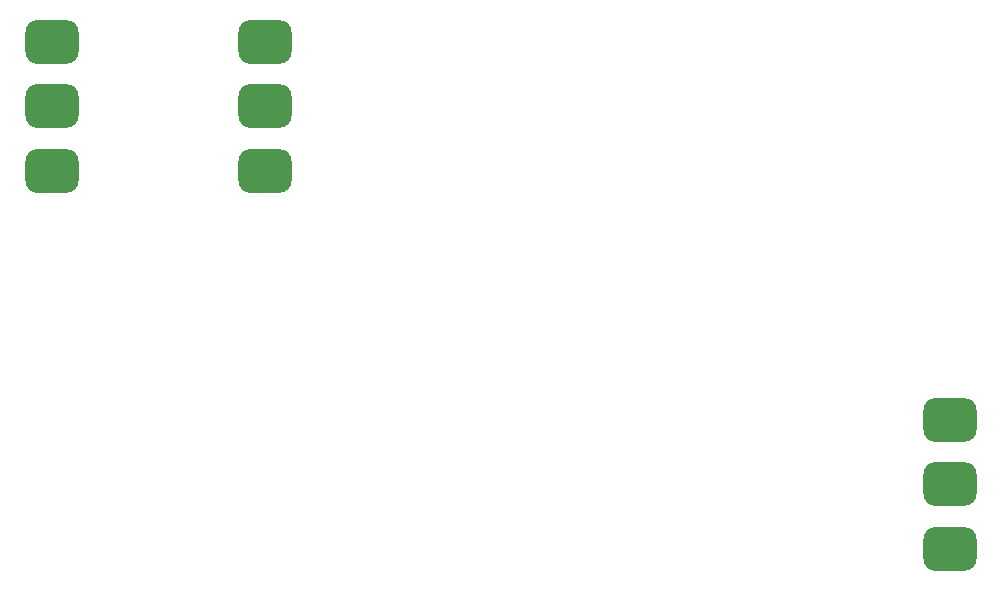
<source format=gts>
G04*
G04 #@! TF.GenerationSoftware,Altium Limited,Altium Designer,20.1.14 (287)*
G04*
G04 Layer_Color=8388736*
%FSLAX25Y25*%
%MOIN*%
G70*
G04*
G04 #@! TF.SameCoordinates,7EF2F56A-1C26-44AA-8ACF-2970D4F7F29B*
G04*
G04*
G04 #@! TF.FilePolarity,Negative*
G04*
G01*
G75*
G04:AMPARAMS|DCode=13|XSize=177.48mil|YSize=145.98mil|CornerRadius=41.5mil|HoleSize=0mil|Usage=FLASHONLY|Rotation=0.000|XOffset=0mil|YOffset=0mil|HoleType=Round|Shape=RoundedRectangle|*
%AMROUNDEDRECTD13*
21,1,0.17748,0.06299,0,0,0.0*
21,1,0.09449,0.14598,0,0,0.0*
1,1,0.08299,0.04724,-0.03150*
1,1,0.08299,-0.04724,-0.03150*
1,1,0.08299,-0.04724,0.03150*
1,1,0.08299,0.04724,0.03150*
%
%ADD13ROUNDEDRECTD13*%
D13*
X559055Y147402D02*
D03*
Y125984D02*
D03*
Y104567D02*
D03*
X330709Y273386D02*
D03*
Y251969D02*
D03*
Y230551D02*
D03*
X259842Y273386D02*
D03*
Y251969D02*
D03*
Y230551D02*
D03*
M02*

</source>
